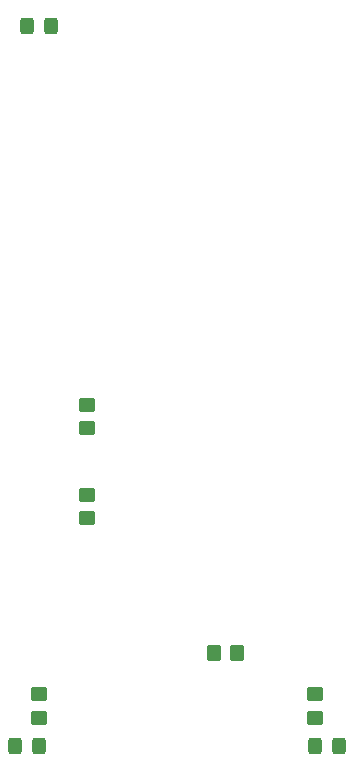
<source format=gbr>
%TF.GenerationSoftware,KiCad,Pcbnew,(6.0.4)*%
%TF.CreationDate,2022-08-23T00:57:11+02:00*%
%TF.ProjectId,MinimistCMZ,4d696e69-6d69-4737-9443-4d5a2e6b6963,rev?*%
%TF.SameCoordinates,Original*%
%TF.FileFunction,Paste,Top*%
%TF.FilePolarity,Positive*%
%FSLAX46Y46*%
G04 Gerber Fmt 4.6, Leading zero omitted, Abs format (unit mm)*
G04 Created by KiCad (PCBNEW (6.0.4)) date 2022-08-23 00:57:11*
%MOMM*%
%LPD*%
G01*
G04 APERTURE LIST*
G04 Aperture macros list*
%AMRoundRect*
0 Rectangle with rounded corners*
0 $1 Rounding radius*
0 $2 $3 $4 $5 $6 $7 $8 $9 X,Y pos of 4 corners*
0 Add a 4 corners polygon primitive as box body*
4,1,4,$2,$3,$4,$5,$6,$7,$8,$9,$2,$3,0*
0 Add four circle primitives for the rounded corners*
1,1,$1+$1,$2,$3*
1,1,$1+$1,$4,$5*
1,1,$1+$1,$6,$7*
1,1,$1+$1,$8,$9*
0 Add four rect primitives between the rounded corners*
20,1,$1+$1,$2,$3,$4,$5,0*
20,1,$1+$1,$4,$5,$6,$7,0*
20,1,$1+$1,$6,$7,$8,$9,0*
20,1,$1+$1,$8,$9,$2,$3,0*%
G04 Aperture macros list end*
%ADD10RoundRect,0.250000X0.450000X-0.350000X0.450000X0.350000X-0.450000X0.350000X-0.450000X-0.350000X0*%
%ADD11RoundRect,0.250000X-0.450000X0.350000X-0.450000X-0.350000X0.450000X-0.350000X0.450000X0.350000X0*%
%ADD12RoundRect,0.250000X0.350000X0.450000X-0.350000X0.450000X-0.350000X-0.450000X0.350000X-0.450000X0*%
%ADD13RoundRect,0.250000X0.325000X0.450000X-0.325000X0.450000X-0.325000X-0.450000X0.325000X-0.450000X0*%
%ADD14RoundRect,0.250000X-0.325000X-0.450000X0.325000X-0.450000X0.325000X0.450000X-0.325000X0.450000X0*%
G04 APERTURE END LIST*
D10*
%TO.C,R5*%
X137160000Y-105140000D03*
X137160000Y-103140000D03*
%TD*%
%TO.C,R4*%
X137160000Y-112760000D03*
X137160000Y-110760000D03*
%TD*%
%TO.C,R3*%
X156464000Y-129651000D03*
X156464000Y-127651000D03*
%TD*%
D11*
%TO.C,R2*%
X133096000Y-127651000D03*
X133096000Y-129651000D03*
%TD*%
D12*
%TO.C,R1*%
X149844000Y-124206000D03*
X147844000Y-124206000D03*
%TD*%
D13*
%TO.C,LED1*%
X133105000Y-132080000D03*
X131055000Y-132080000D03*
%TD*%
D14*
%TO.C,D3*%
X132071000Y-71120000D03*
X134121000Y-71120000D03*
%TD*%
%TO.C,D2*%
X158505000Y-132080000D03*
X156455000Y-132080000D03*
%TD*%
M02*

</source>
